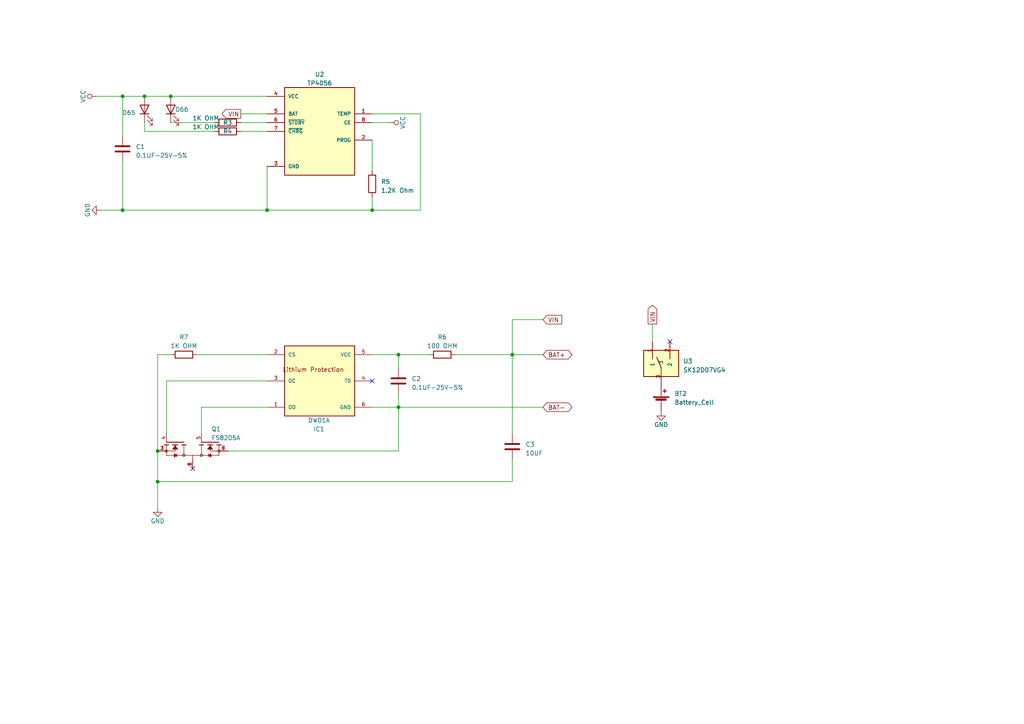
<source format=kicad_sch>
(kicad_sch (version 20230121) (generator eeschema)
  (paper "A4")
  (lib_symbols
    (symbol "DW01A:DW01A" (pin_names (offset 1.016))
      (property "Reference" "IC" (at -5.08 11.43 0))
      (property "Value" "DW01A" (at -5.08 -12.7 0))
      (symbol "DW01A_0_0"
        (rectangle (start -10.16 -10.16) (end 10.16 10.16) (stroke (width 0.254)) (fill (type background)))
        (text "Lithium Protection" (at -7.112 2.54 0) (effects (font (size 1.27 1.27)) (justify left bottom)))
        (pin bidirectional line (at 15.24 -7.62 180) (length 5.08) (name "OD") (number "1"))
        (pin bidirectional line (at 15.24 7.62 180) (length 5.08) (name "CS") (number "2"))
        (pin bidirectional line (at 15.24 0 180) (length 5.08) (name "OC") (number "3"))
        (pin bidirectional line (at -15.24 0 0) (length 5.08) (name "TD") (number "4"))
        (pin power_in line (at -15.24 7.62 0) (length 5.08) (name "VCC") (number "5"))
        (pin power_in line (at -15.24 -7.62 0) (length 5.08) (name "GND") (number "6"))
      )
    )
    (symbol "Device:Battery_Cell" (pin_numbers hide) (pin_names (offset 0) hide)
      (property "Reference" "BT" (at 2.54 2.54 0))
      (property "Value" "Battery_Cell" (at 2.54 0 0))
      (symbol "Battery_Cell_0_1"
        (rectangle (start -2.286 1.778) (end 2.286 1.524) (fill (type outline)))
        (rectangle (start -1.5748 1.1938) (end 1.4732 0.6858) (fill (type outline)))
        (polyline (pts (xy 0 0.762) (xy 0 0)))
        (polyline (pts (xy 0 1.778) (xy 0 2.54)))
        (polyline (pts (xy 0.508 3.429) (xy 1.524 3.429)) (stroke (width 0.254)))
        (polyline (pts (xy 1.016 3.937) (xy 1.016 2.921)) (stroke (width 0.254)))
      )
      (symbol "Battery_Cell_1_1"
        (pin passive line (at 0 5.08 270) (length 2.54) (name "+") (number "1"))
        (pin passive line (at 0 -2.54 90) (length 2.54) (name "-") (number "2"))
      )
    )
    (symbol "Device:C" (pin_numbers hide) (pin_names (offset 0.254))
      (property "Reference" "C" (at 0.635 2.54 0))
      (property "Value" "C" (at 0.635 -2.54 0))
      (symbol "C_0_1"
        (polyline (pts (xy -2.032 -0.762) (xy 2.032 -0.762)) (stroke (width 0.508)))
        (polyline (pts (xy -2.032 0.762) (xy 2.032 0.762)) (stroke (width 0.508)))
      )
      (symbol "C_1_1"
        (pin passive line (at 0 3.81 270) (length 2.794) (name "~") (number "1"))
        (pin passive line (at 0 -3.81 90) (length 2.794) (name "~") (number "2"))
      )
    )
    (symbol "Device:LED" (pin_numbers hide) (pin_names (offset 1.016) hide)
      (property "Reference" "D" (at 0 2.54 0))
      (property "Value" "LED" (at 0 -2.54 0))
      (symbol "LED_0_1"
        (polyline (pts (xy -1.27 -1.27) (xy -1.27 1.27)) (stroke (width 0.254)))
        (polyline (pts (xy -1.27 0) (xy 1.27 0)))
        (polyline (pts (xy 1.27 -1.27) (xy 1.27 1.27) (xy -1.27 0) (xy 1.27 -1.27)) (stroke (width 0.254)))
        (polyline (pts (xy -3.048 -0.762) (xy -4.572 -2.286) (xy -3.81 -2.286) (xy -4.572 -2.286) (xy -4.572 -1.524)))
        (polyline (pts (xy -1.778 -0.762) (xy -3.302 -2.286) (xy -2.54 -2.286) (xy -3.302 -2.286) (xy -3.302 -1.524)))
      )
      (symbol "LED_1_1"
        (pin passive line (at -3.81 0 0) (length 2.54) (name "K") (number "1"))
        (pin passive line (at 3.81 0 180) (length 2.54) (name "A") (number "2"))
      )
    )
    (symbol "Device:R" (pin_numbers hide) (pin_names (offset 0))
      (property "Reference" "R" (at 2.032 0 90))
      (property "Value" "R" (at 0 0 90))
      (symbol "R_0_1"
        (rectangle (start -1.016 -2.54) (end 1.016 2.54) (stroke (width 0.254)))
      )
      (symbol "R_1_1"
        (pin passive line (at 0 3.81 270) (length 1.27) (name "~") (number "1"))
        (pin passive line (at 0 -3.81 90) (length 1.27) (name "~") (number "2"))
      )
    )
    (symbol "FS8205A:FS8205A" (pin_names (offset 1.016))
      (property "Reference" "Q" (at -11.43 7.62 0))
      (property "Value" "FS8205A" (at -11.43 -12.7 0))
      (symbol "FS8205A_0_0"
        (circle (center 0 -7.62) (radius 0.3592))
        (polyline (pts (xy -2.54 -2.54) (xy -2.54 -7.62)) (stroke (width 0.254)))
        (polyline (pts (xy -2.54 7.62) (xy -2.54 2.54)) (stroke (width 0.254)))
        (polyline (pts (xy -1.778 -7.62) (xy -1.778 -8.255)) (stroke (width 0.254)))
        (polyline (pts (xy -1.778 -6.985) (xy -1.778 -7.62)) (stroke (width 0.254)))
        (polyline (pts (xy -1.778 -5.08) (xy -1.778 -5.842)) (stroke (width 0.254)))
        (polyline (pts (xy -1.778 -5.08) (xy 0 -5.08)) (stroke (width 0.1524)))
        (polyline (pts (xy -1.778 -4.318) (xy -1.778 -5.08)) (stroke (width 0.254)))
        (polyline (pts (xy -1.778 -2.54) (xy -1.778 -3.175)) (stroke (width 0.254)))
        (polyline (pts (xy -1.778 -2.54) (xy 1.27 -2.54)) (stroke (width 0.1524)))
        (polyline (pts (xy -1.778 -1.905) (xy -1.778 -2.54)) (stroke (width 0.254)))
        (polyline (pts (xy -1.778 2.54) (xy -1.778 1.905)) (stroke (width 0.254)))
        (polyline (pts (xy -1.778 3.175) (xy -1.778 2.54)) (stroke (width 0.254)))
        (polyline (pts (xy -1.778 5.08) (xy -1.778 4.318)) (stroke (width 0.254)))
        (polyline (pts (xy -1.778 5.08) (xy 0 5.08)) (stroke (width 0.1524)))
        (polyline (pts (xy -1.778 5.842) (xy -1.778 5.08)) (stroke (width 0.254)))
        (polyline (pts (xy -1.778 7.62) (xy -1.778 6.985)) (stroke (width 0.254)))
        (polyline (pts (xy -1.778 7.62) (xy 1.27 7.62)) (stroke (width 0.1524)))
        (polyline (pts (xy -1.778 8.255) (xy -1.778 7.62)) (stroke (width 0.254)))
        (polyline (pts (xy 0 -7.62) (xy -1.778 -7.62)) (stroke (width 0.1524)))
        (polyline (pts (xy 0 -7.62) (xy 1.27 -7.62)) (stroke (width 0.1524)))
        (polyline (pts (xy 0 -5.08) (xy 0 -7.62)) (stroke (width 0.1524)))
        (polyline (pts (xy 0 7.62) (xy 0 5.08)) (stroke (width 0.1524)))
        (polyline (pts (xy 0.762 4.572) (xy 1.27 4.572)) (stroke (width 0.1524)))
        (polyline (pts (xy 1.27 -4.572) (xy 0.762 -4.572)) (stroke (width 0.1524)))
        (polyline (pts (xy 1.27 -4.572) (xy 1.27 -7.62)) (stroke (width 0.1524)))
        (polyline (pts (xy 1.27 -2.54) (xy 1.27 -4.572)) (stroke (width 0.1524)))
        (polyline (pts (xy 1.27 -2.54) (xy 1.27 0)) (stroke (width 0.1524)))
        (polyline (pts (xy 1.27 0) (xy 1.27 2.54)) (stroke (width 0.1524)))
        (polyline (pts (xy 1.27 0) (xy 2.54 0)) (stroke (width 0.1524)))
        (polyline (pts (xy 1.27 2.54) (xy -1.778 2.54)) (stroke (width 0.1524)))
        (polyline (pts (xy 1.27 2.54) (xy 1.27 4.572)) (stroke (width 0.1524)))
        (polyline (pts (xy 1.27 4.572) (xy 1.27 7.62)) (stroke (width 0.1524)))
        (polyline (pts (xy 1.27 4.572) (xy 1.778 4.572)) (stroke (width 0.1524)))
        (polyline (pts (xy 1.778 -4.572) (xy 1.27 -4.572)) (stroke (width 0.1524)))
        (polyline (pts (xy -1.524 -5.08) (xy -0.508 -4.318) (xy -0.508 -5.842) (xy -1.524 -5.08)) (stroke (width 0.1524)) (fill (type outline)))
        (polyline (pts (xy -1.524 5.08) (xy -0.508 5.842) (xy -0.508 4.318) (xy -1.524 5.08)) (stroke (width 0.1524)) (fill (type outline)))
        (polyline (pts (xy 1.27 -4.572) (xy 0.762 -5.334) (xy 1.778 -5.334) (xy 1.27 -4.572)) (stroke (width 0.1524)) (fill (type outline)))
        (polyline (pts (xy 1.27 4.572) (xy 1.778 5.334) (xy 0.762 5.334) (xy 1.27 4.572)) (stroke (width 0.1524)) (fill (type outline)))
        (circle (center 0 7.62) (radius 0.3592))
        (circle (center 1.27 -2.54) (radius 0.3592))
        (circle (center 1.27 2.54) (radius 0.3592))
        (pin passive line (at 5.08 0 180) (length 2.54) (name "~") (number "1"))
        (pin passive line (at 0 -10.16 90) (length 2.54) (name "~") (number "2"))
        (pin passive line (at 0 -10.16 90) (length 2.54) (name "~") (number "3"))
        (pin passive line (at -5.08 -7.62 0) (length 2.54) (name "~") (number "4"))
        (pin passive line (at -5.08 2.54 0) (length 2.54) (name "~") (number "5"))
        (pin passive line (at 0 10.16 270) (length 2.54) (name "~") (number "6"))
        (pin passive line (at 0 10.16 270) (length 2.54) (name "~") (number "7"))
        (pin passive line (at 5.08 0 180) (length 2.54) (name "~") (number "8"))
      )
    )
    (symbol "Gecko_Split-rescue:GND-Lily58-cache" (power) (pin_names (offset 0))
      (property "Value" "GND-Lily58-cache" (at 0 -3.81 0))
      (symbol "GND-Lily58-cache_1_1"
        (polyline (pts (xy 0 0) (xy 0 -1.27) (xy 1.27 -1.27) (xy 0 -2.54) (xy -1.27 -1.27) (xy 0 -1.27)))
        (pin power_in line (at 0 0 0) (length 0) hide (name "GND") (number "1"))
      )
    )
    (symbol "Gecko_Split-rescue:VCC-Lily58-cache" (power) (pin_names (offset 0))
      (property "Value" "VCC-Lily58-cache" (at 0 3.81 0))
      (symbol "VCC-Lily58-cache_0_1"
        (polyline (pts (xy 0 0) (xy 0 1.27)))
        (circle (center 0 1.905) (radius 0.635))
      )
      (symbol "VCC-Lily58-cache_1_1"
        (pin power_in line (at 0 0 90) (length 0) hide (name "VCC") (number "1"))
      )
    )
    (symbol "SK12D07VG4:SK12D07VG4" (pin_names (offset 1.016))
      (property "Reference" "U" (at 0 0 0))
      (property "Value" "SK12D07VG4" (at 0 0 0))
      (symbol "SK12D07VG4_0_0"
        (rectangle (start -5.08 -2.54) (end 5.08 5.08) (stroke (width 0.254)) (fill (type background)))
        (polyline (pts (xy 0 0) (xy -1.27 3.048)) (stroke (width 0.254)))
        (pin bidirectional line (at -2.54 7.62 270) (length 5.08) (name "1") (number "1"))
        (pin bidirectional line (at 2.54 7.62 270) (length 5.08) (name "2") (number "2"))
      )
      (symbol "SK12D07VG4_1_0"
        (pin bidirectional line (at 0 -5.08 90) (length 5.08) (name "3") (number "3"))
      )
    )
    (symbol "TP4056:TP4056" (pin_names (offset 1.016))
      (property "Reference" "U2" (at 0 16.51 0))
      (property "Value" "TP4056" (at 0 13.97 0))
      (symbol "TP4056_0_0"
        (rectangle (start -10.16 -12.7) (end 10.16 12.7) (stroke (width 0.254)) (fill (type background)))
        (pin input line (at -15.24 5.08 0) (length 5.08) (name "TEMP") (number "1"))
        (pin bidirectional line (at -15.24 -2.54 0) (length 5.08) (name "PROG") (number "2"))
        (pin power_in line (at 15.24 -10.16 180) (length 5.08) (name "GND") (number "3"))
        (pin power_in line (at 15.24 10.16 180) (length 5.08) (name "VCC") (number "4"))
        (pin output line (at 15.24 5.08 180) (length 5.08) (name "BAT") (number "5"))
        (pin output line (at 15.24 2.54 180) (length 5.08) (name "~{STDBY}") (number "6"))
        (pin output line (at 15.24 0 180) (length 5.08) (name "~{CHRG}") (number "7"))
        (pin input line (at -15.24 2.54 0) (length 5.08) (name "CE") (number "8"))
      )
    )
  )
  (junction (at 107.95 60.96))
  (junction (at 35.56 60.96))
  (junction (at 45.72 130.81))
  (junction (at 148.59 102.87))
  (junction (at 35.56 27.94))
  (junction (at 77.47 60.96))
  (junction (at 115.57 102.87))
  (junction (at 115.57 118.11))
  (junction (at 41.91 27.94))
  (junction (at 45.72 139.7))
  (junction (at 49.53 27.94))
  (no_connect (at 107.95 110.49))
  (no_connect (at 194.31 99.06))
  (no_connect (at 55.88 135.89))
  (wire (pts (xy 27.94 27.94) (xy 35.56 27.94)))
  (wire (pts (xy 115.57 130.81) (xy 115.57 118.11)))
  (wire (pts (xy 115.57 102.87) (xy 124.46 102.87)))
  (wire (pts (xy 58.42 118.11) (xy 58.42 125.73)))
  (wire (pts (xy 41.91 38.1) (xy 41.91 35.56)))
  (wire (pts (xy 35.56 27.94) (xy 35.56 39.37)))
  (wire (pts (xy 107.95 60.96) (xy 77.47 60.96)))
  (wire (pts (xy 62.23 38.1) (xy 41.91 38.1)))
  (wire (pts (xy 69.85 38.1) (xy 77.47 38.1)))
  (wire (pts (xy 121.92 60.96) (xy 107.95 60.96)))
  (wire (pts (xy 45.72 102.87) (xy 49.53 102.87)))
  (wire (pts (xy 148.59 102.87) (xy 148.59 125.73)))
  (wire (pts (xy 107.95 40.64) (xy 107.95 49.53)))
  (wire (pts (xy 77.47 110.49) (xy 48.26 110.49)))
  (wire (pts (xy 69.85 33.02) (xy 77.47 33.02)))
  (wire (pts (xy 35.56 46.99) (xy 35.56 60.96)))
  (wire (pts (xy 77.47 118.11) (xy 58.42 118.11)))
  (wire (pts (xy 35.56 60.96) (xy 29.21 60.96)))
  (wire (pts (xy 115.57 118.11) (xy 157.48 118.11)))
  (wire (pts (xy 148.59 133.35) (xy 148.59 139.7)))
  (wire (pts (xy 48.26 110.49) (xy 48.26 125.73)))
  (wire (pts (xy 77.47 60.96) (xy 35.56 60.96)))
  (wire (pts (xy 148.59 102.87) (xy 157.48 102.87)))
  (wire (pts (xy 107.95 118.11) (xy 115.57 118.11)))
  (wire (pts (xy 189.23 93.98) (xy 189.23 99.06)))
  (wire (pts (xy 121.92 33.02) (xy 121.92 60.96)))
  (wire (pts (xy 157.48 92.71) (xy 148.59 92.71)))
  (wire (pts (xy 77.47 48.26) (xy 77.47 60.96)))
  (wire (pts (xy 45.72 130.81) (xy 45.72 139.7)))
  (wire (pts (xy 148.59 92.71) (xy 148.59 102.87)))
  (wire (pts (xy 107.95 57.15) (xy 107.95 60.96)))
  (wire (pts (xy 57.15 102.87) (xy 77.47 102.87)))
  (wire (pts (xy 41.91 27.94) (xy 49.53 27.94)))
  (wire (pts (xy 45.72 139.7) (xy 45.72 147.32)))
  (wire (pts (xy 49.53 27.94) (xy 77.47 27.94)))
  (wire (pts (xy 49.53 35.56) (xy 62.23 35.56)))
  (wire (pts (xy 107.95 35.56) (xy 113.03 35.56)))
  (wire (pts (xy 115.57 102.87) (xy 115.57 106.68)))
  (wire (pts (xy 45.72 130.81) (xy 45.72 102.87)))
  (wire (pts (xy 107.95 33.02) (xy 121.92 33.02)))
  (wire (pts (xy 132.08 102.87) (xy 148.59 102.87)))
  (wire (pts (xy 107.95 102.87) (xy 115.57 102.87)))
  (wire (pts (xy 66.04 130.81) (xy 115.57 130.81)))
  (wire (pts (xy 148.59 139.7) (xy 45.72 139.7)))
  (wire (pts (xy 69.85 35.56) (xy 77.47 35.56)))
  (wire (pts (xy 35.56 27.94) (xy 41.91 27.94)))
  (wire (pts (xy 115.57 114.3) (xy 115.57 118.11)))
  (global_label "VIN" (shape output) (at 189.23 93.98 90) (property "Intersheetrefs" "${INTERSHEET_REFS}" (effects hide)))
  (global_label "BAT-" (shape bidirectional) (at 157.48 118.11 0) (property "Intersheetrefs" "${INTERSHEET_REFS}" (effects hide)))
  (global_label "VIN" (shape input) (at 157.48 92.71 0) (property "Intersheetrefs" "${INTERSHEET_REFS}" (effects hide)))
  (global_label "BAT+" (shape bidirectional) (at 157.48 102.87 0) (property "Intersheetrefs" "${INTERSHEET_REFS}" (effects hide)))
  (global_label "VIN" (shape output) (at 69.85 33.02 180) (property "Intersheetrefs" "${INTERSHEET_REFS}" (effects hide)))
  (symbol (lib_id "Device:C") (at 35.56 43.18 0) (unit 1)
    (property "Reference" "C1" (at 39.37 42.545 0) (effects (justify left)))
    (property "Value" "0.1UF-25V-5%" (at 39.37 45.085 0) (effects (justify left)))
    (property "Footprint" "Capacitor_SMD:C_0603_1608Metric" (effects hide))
  )
  (symbol (lib_id "Gecko_Split-rescue:VCC-Lily58-cache") (at 27.94 27.94 90) (mirror x) (unit 1)
    (property "Reference" "#PWR03" (effects hide))
    (property "Value" "VCC" (at 24.13 27.94 0))
    (instances (project "Gecko_Split" (path "" (reference "#PWR03") (unit 1)) (path "" (reference "#PWR028") (unit 1))))
  )
  (symbol (lib_id "Device:R") (at 66.04 38.1 270) (unit 1)
    (property "Reference" "R4" (at 66.04 38.1 90))
    (property "Value" "1K OHM" (at 59.69 36.83 90))
    (property "Footprint" "Resistor_SMD:R_0603_1608Metric" (effects hide))
  )
  (symbol (lib_id "Gecko_Split-rescue:VCC-Lily58-cache") (at 113.03 35.56 270) (mirror x) (unit 1)
    (property "Reference" "#PWR03" (effects hide))
    (property "Value" "VCC" (at 116.84 35.56 0))
    (instances (project "Gecko_Split" (path "" (reference "#PWR03") (unit 1)) (path "" (reference "#PWR030") (unit 1))))
  )
  (symbol (lib_id "Device:LED") (at 41.91 31.75 90) (unit 1)
    (property "Reference" "D65" (at 39.37 32.7025 90) (effects (justify left)))
    (property "Value" "LED" (effects hide))
    (property "Footprint" "LED_SMD:LED_0603_1608Metric" (effects hide))
  )
  (symbol (lib_id "FS8205A:FS8205A") (at 55.88 130.81 270) (unit 1)
    (property "Reference" "Q1" (at 61.3157 124.46 90) (effects (justify left)))
    (property "Value" "FS8205A" (at 61.3157 127 90) (effects (justify left)))
    (property "Footprint" "Package_SO:TSSOP-8_4.4x3mm_P0.65mm" (effects hide))
    (property "MAXIMUM_PACKAGE_HEIGHT" "1.2mm" (effects hide))
    (property "STANDARD" "IPC 7351B" (effects hide))
    (property "PARTREV" "1.7" (effects hide))
    (property "MANUFACTURER" "Fortune Semiconductor" (effects hide))
  )
  (symbol (lib_id "SK12D07VG4:SK12D07VG4") (at 191.77 106.68 0) (unit 1)
    (property "Reference" "U3" (at 198.12 104.775 0) (effects (justify left)))
    (property "Value" "SK12D07VG4" (at 198.12 107.315 0) (effects (justify left)))
    (property "Footprint" "Button_Switch_THT:SW_Slide_1P2T_CK_OS102011MS2Q" (effects hide))
  )
  (symbol (lib_id "Device:Battery_Cell") (at 191.77 116.84 0) (unit 1)
    (property "Reference" "BT2" (at 195.58 114.173 0) (effects (justify left)))
    (property "Value" "Battery_Cell" (at 195.58 116.713 0) (effects (justify left)))
    (property "Footprint" "Connector_JST:JST_SH_BM02B-SRSS-TB_1x02-1MP_P1.00mm_Vertical" (effects hide))
  )
  (symbol (lib_id "Device:R") (at 66.04 35.56 270) (unit 1)
    (property "Reference" "R3" (at 66.04 35.56 90))
    (property "Value" "1K OHM" (at 59.69 34.29 90))
    (property "Footprint" "Resistor_SMD:R_0603_1608Metric" (effects hide))
  )
  (symbol (lib_id "Device:LED") (at 49.53 31.75 90) (unit 1)
    (property "Reference" "D66" (at 50.8 31.75 90) (effects (justify right)))
    (property "Value" "LED" (effects hide))
    (property "Footprint" "LED_SMD:LED_0603_1608Metric" (effects hide))
  )
  (symbol (lib_id "Gecko_Split-rescue:GND-Lily58-cache") (at 45.72 147.32 0) (unit 1)
    (property "Reference" "#PWR02" (effects hide))
    (property "Value" "GND" (at 45.72 151.13 0))
    (instances (project "Gecko_Split" (path "" (reference "#PWR02") (unit 1)) (path "" (reference "#PWR031") (unit 1))))
  )
  (symbol (lib_id "Device:R") (at 128.27 102.87 270) (unit 1)
    (property "Reference" "R6" (at 128.27 97.79 90))
    (property "Value" "100 OHM" (at 128.27 100.33 90))
    (property "Footprint" "Resistor_SMD:R_0603_1608Metric" (effects hide))
  )
  (symbol (lib_id "Device:C") (at 148.59 129.54 0) (unit 1)
    (property "Reference" "C3" (at 152.4 128.905 0) (effects (justify left)))
    (property "Value" "10UF" (at 152.4 131.445 0) (effects (justify left)))
    (property "Footprint" "Capacitor_SMD:C_0603_1608Metric" (effects hide))
  )
  (symbol (lib_id "Device:R") (at 53.34 102.87 270) (unit 1)
    (property "Reference" "R7" (at 53.34 97.79 90))
    (property "Value" "1K OHM" (at 53.34 100.33 90))
    (property "Footprint" "Resistor_SMD:R_0603_1608Metric" (effects hide))
  )
  (symbol (lib_id "Gecko_Split-rescue:GND-Lily58-cache") (at 191.77 119.38 0) (unit 1)
    (property "Reference" "#PWR02" (effects hide))
    (property "Value" "GND" (at 191.77 123.19 0))
    (instances (project "Gecko_Split" (path "" (reference "#PWR02") (unit 1)) (path "" (reference "#PWR05") (unit 1))))
  )
  (symbol (lib_id "Device:R") (at 107.95 53.34 0) (unit 1)
    (property "Reference" "R5" (at 110.49 52.705 0) (effects (justify left)))
    (property "Value" "1.2K Ohm" (at 110.49 55.245 0) (effects (justify left)))
    (property "Footprint" "Resistor_SMD:R_0603_1608Metric" (effects hide))
  )
  (symbol (lib_id "DW01A:DW01A") (at 92.71 110.49 0) (mirror y) (unit 1)
    (property "Reference" "IC1" (at 92.5085 124.46 0))
    (property "Value" "DW01A" (at 92.5085 121.92 0))
    (property "Footprint" "Package_TO_SOT_SMD:TSOT-23-6_HandSoldering" (effects hide))
    (property "MPN" "DW01A" (effects hide))
    (property "VALUE" "DW01A" (effects hide))
    (property "LCSC" "C351410" (effects hide))
  )
  (symbol (lib_id "Device:C") (at 115.57 110.49 0) (unit 1)
    (property "Reference" "C2" (at 119.38 109.855 0) (effects (justify left)))
    (property "Value" "0.1UF-25V-5%" (at 119.38 112.395 0) (effects (justify left)))
    (property "Footprint" "Capacitor_SMD:C_0603_1608Metric" (effects hide))
  )
  (symbol (lib_id "TP4056:TP4056") (at 92.71 38.1 0) (mirror y) (unit 1)
    (property "Reference" "U2" (at 92.71 21.59 0))
    (property "Value" "TP4056" (at 92.71 24.13 0))
    (property "Footprint" "KiCadCustomLibs-master:TP4056_SOIC-8" (effects hide))
    (property "MANUFACTURER" "NanJing Top Power ASIC Corp." (effects hide))
    (property "STANDARD" "IPC 7351B" (effects hide))
    (property "MAXIMUM_PACKAGE_HEIGHT" "1.75mm" (effects hide))
  )
  (symbol (lib_id "Gecko_Split-rescue:GND-Lily58-cache") (at 29.21 60.96 270) (unit 1)
    (property "Reference" "#PWR02" (effects hide))
    (property "Value" "GND" (at 25.4 60.96 0))
    (instances (project "Gecko_Split" (path "" (reference "#PWR02") (unit 1)) (path "" (reference "#PWR029") (unit 1))))
  )
)
</source>
